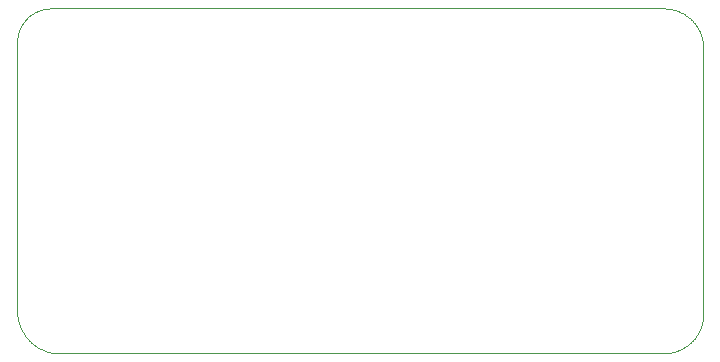
<source format=gko>
G75*
%MOIN*%
%OFA0B0*%
%FSLAX25Y25*%
%IPPOS*%
%LPD*%
%AMOC8*
5,1,8,0,0,1.08239X$1,22.5*
%
%ADD10C,0.00000*%
D10*
X0020942Y0011800D02*
X0222245Y0011800D01*
X0222565Y0011804D01*
X0222885Y0011815D01*
X0223205Y0011835D01*
X0223524Y0011862D01*
X0223843Y0011897D01*
X0224160Y0011939D01*
X0224477Y0011989D01*
X0224792Y0012047D01*
X0225105Y0012112D01*
X0225417Y0012185D01*
X0225727Y0012266D01*
X0226035Y0012353D01*
X0226341Y0012449D01*
X0226644Y0012551D01*
X0226945Y0012661D01*
X0227243Y0012779D01*
X0227539Y0012903D01*
X0227831Y0013034D01*
X0228120Y0013173D01*
X0228405Y0013318D01*
X0228687Y0013471D01*
X0228965Y0013630D01*
X0229239Y0013795D01*
X0229509Y0013968D01*
X0229775Y0014146D01*
X0230036Y0014331D01*
X0230293Y0014523D01*
X0230545Y0014720D01*
X0230792Y0014924D01*
X0231035Y0015133D01*
X0231272Y0015349D01*
X0231504Y0015570D01*
X0231730Y0015796D01*
X0231951Y0016028D01*
X0232167Y0016265D01*
X0232376Y0016508D01*
X0232580Y0016755D01*
X0232777Y0017007D01*
X0232969Y0017264D01*
X0233154Y0017525D01*
X0233332Y0017791D01*
X0233505Y0018061D01*
X0233670Y0018335D01*
X0233829Y0018613D01*
X0233982Y0018895D01*
X0234127Y0019180D01*
X0234266Y0019469D01*
X0234397Y0019761D01*
X0234521Y0020057D01*
X0234639Y0020355D01*
X0234749Y0020656D01*
X0234851Y0020959D01*
X0234947Y0021265D01*
X0235034Y0021573D01*
X0235115Y0021883D01*
X0235188Y0022195D01*
X0235253Y0022508D01*
X0235311Y0022823D01*
X0235361Y0023140D01*
X0235403Y0023457D01*
X0235438Y0023776D01*
X0235465Y0024095D01*
X0235485Y0024415D01*
X0235496Y0024735D01*
X0235500Y0025055D01*
X0235501Y0025055D02*
X0235501Y0113535D01*
X0235497Y0113855D01*
X0235486Y0114174D01*
X0235466Y0114493D01*
X0235439Y0114811D01*
X0235405Y0115129D01*
X0235362Y0115446D01*
X0235312Y0115762D01*
X0235255Y0116076D01*
X0235189Y0116389D01*
X0235117Y0116700D01*
X0235036Y0117010D01*
X0234949Y0117317D01*
X0234854Y0117622D01*
X0234751Y0117925D01*
X0234642Y0118225D01*
X0234525Y0118522D01*
X0234400Y0118817D01*
X0234269Y0119108D01*
X0234131Y0119397D01*
X0233986Y0119681D01*
X0233834Y0119963D01*
X0233675Y0120240D01*
X0233510Y0120514D01*
X0233338Y0120783D01*
X0233160Y0121048D01*
X0232975Y0121309D01*
X0232784Y0121565D01*
X0232587Y0121817D01*
X0232384Y0122064D01*
X0232175Y0122305D01*
X0231960Y0122542D01*
X0231740Y0122774D01*
X0231514Y0123000D01*
X0231282Y0123220D01*
X0231045Y0123435D01*
X0230804Y0123644D01*
X0230557Y0123847D01*
X0230305Y0124044D01*
X0230049Y0124235D01*
X0229788Y0124420D01*
X0229523Y0124598D01*
X0229254Y0124770D01*
X0228980Y0124935D01*
X0228703Y0125094D01*
X0228421Y0125246D01*
X0228137Y0125391D01*
X0227848Y0125529D01*
X0227557Y0125660D01*
X0227262Y0125785D01*
X0226965Y0125902D01*
X0226665Y0126011D01*
X0226362Y0126114D01*
X0226057Y0126209D01*
X0225750Y0126296D01*
X0225440Y0126377D01*
X0225129Y0126449D01*
X0224816Y0126515D01*
X0224502Y0126572D01*
X0224186Y0126622D01*
X0223869Y0126665D01*
X0223551Y0126699D01*
X0223233Y0126726D01*
X0222914Y0126746D01*
X0222595Y0126757D01*
X0222275Y0126761D01*
X0017963Y0126761D01*
X0017693Y0126758D01*
X0017424Y0126748D01*
X0017154Y0126732D01*
X0016886Y0126709D01*
X0016617Y0126680D01*
X0016350Y0126644D01*
X0016084Y0126602D01*
X0015818Y0126553D01*
X0015554Y0126498D01*
X0015292Y0126437D01*
X0015030Y0126369D01*
X0014771Y0126295D01*
X0014513Y0126215D01*
X0014258Y0126128D01*
X0014005Y0126036D01*
X0013753Y0125937D01*
X0013505Y0125832D01*
X0013259Y0125721D01*
X0013016Y0125605D01*
X0012775Y0125482D01*
X0012538Y0125354D01*
X0012304Y0125220D01*
X0012073Y0125081D01*
X0011846Y0124936D01*
X0011622Y0124785D01*
X0011402Y0124629D01*
X0011185Y0124468D01*
X0010973Y0124302D01*
X0010765Y0124130D01*
X0010561Y0123954D01*
X0010361Y0123772D01*
X0010166Y0123586D01*
X0009975Y0123395D01*
X0009789Y0123200D01*
X0009607Y0123000D01*
X0009431Y0122796D01*
X0009259Y0122588D01*
X0009093Y0122376D01*
X0008932Y0122159D01*
X0008776Y0121939D01*
X0008625Y0121715D01*
X0008480Y0121488D01*
X0008341Y0121257D01*
X0008207Y0121023D01*
X0008079Y0120786D01*
X0007956Y0120545D01*
X0007840Y0120302D01*
X0007729Y0120056D01*
X0007624Y0119808D01*
X0007525Y0119556D01*
X0007433Y0119303D01*
X0007346Y0119048D01*
X0007266Y0118790D01*
X0007192Y0118531D01*
X0007124Y0118269D01*
X0007063Y0118007D01*
X0007008Y0117743D01*
X0006959Y0117477D01*
X0006917Y0117211D01*
X0006881Y0116944D01*
X0006852Y0116675D01*
X0006829Y0116407D01*
X0006813Y0116137D01*
X0006803Y0115868D01*
X0006800Y0115598D01*
X0006800Y0025942D01*
X0006804Y0025600D01*
X0006817Y0025259D01*
X0006837Y0024918D01*
X0006866Y0024577D01*
X0006903Y0024237D01*
X0006948Y0023899D01*
X0007002Y0023561D01*
X0007063Y0023225D01*
X0007133Y0022890D01*
X0007211Y0022558D01*
X0007297Y0022227D01*
X0007390Y0021898D01*
X0007492Y0021572D01*
X0007602Y0021248D01*
X0007719Y0020927D01*
X0007844Y0020609D01*
X0007977Y0020294D01*
X0008117Y0019983D01*
X0008265Y0019674D01*
X0008420Y0019370D01*
X0008582Y0019069D01*
X0008752Y0018773D01*
X0008929Y0018480D01*
X0009113Y0018192D01*
X0009303Y0017908D01*
X0009501Y0017630D01*
X0009705Y0017356D01*
X0009916Y0017086D01*
X0010133Y0016823D01*
X0010357Y0016564D01*
X0010586Y0016311D01*
X0010822Y0016064D01*
X0011064Y0015822D01*
X0011311Y0015586D01*
X0011564Y0015357D01*
X0011823Y0015133D01*
X0012086Y0014916D01*
X0012356Y0014705D01*
X0012630Y0014501D01*
X0012908Y0014303D01*
X0013192Y0014113D01*
X0013480Y0013929D01*
X0013773Y0013752D01*
X0014069Y0013582D01*
X0014370Y0013420D01*
X0014674Y0013265D01*
X0014983Y0013117D01*
X0015294Y0012977D01*
X0015609Y0012844D01*
X0015927Y0012719D01*
X0016248Y0012602D01*
X0016572Y0012492D01*
X0016898Y0012390D01*
X0017227Y0012297D01*
X0017558Y0012211D01*
X0017890Y0012133D01*
X0018225Y0012063D01*
X0018561Y0012002D01*
X0018899Y0011948D01*
X0019237Y0011903D01*
X0019577Y0011866D01*
X0019918Y0011837D01*
X0020259Y0011817D01*
X0020600Y0011804D01*
X0020942Y0011800D01*
M02*

</source>
